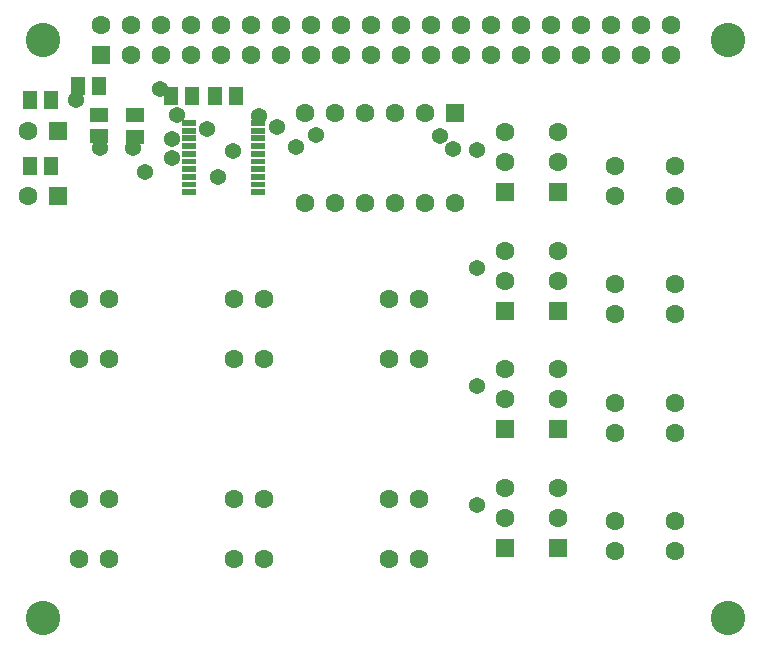
<source format=gts>
G04 Layer_Color=8388736*
%FSLAX25Y25*%
%MOIN*%
G70*
G01*
G75*
%ADD28R,0.05912X0.05124*%
%ADD29R,0.05124X0.05912*%
%ADD30C,0.11500*%
%ADD31R,0.06306X0.06306*%
%ADD32C,0.06306*%
%ADD33C,0.06306*%
%ADD34R,0.06306X0.06306*%
%ADD35R,0.06306X0.06306*%
%ADD36C,0.05400*%
G36*
X50896Y-44202D02*
X46208D01*
Y-42215D01*
X50896D01*
Y-44202D01*
D02*
G37*
G36*
X73870Y-46761D02*
X69183D01*
Y-44774D01*
X73870D01*
Y-46761D01*
D02*
G37*
G36*
Y-44202D02*
X69183D01*
Y-42215D01*
X73870D01*
Y-44202D01*
D02*
G37*
G36*
Y-41643D02*
X69183D01*
Y-39656D01*
X73870D01*
Y-41643D01*
D02*
G37*
G36*
X50896D02*
X46208D01*
Y-39656D01*
X50896D01*
Y-41643D01*
D02*
G37*
G36*
X73870Y-51880D02*
X69183D01*
Y-49892D01*
X73870D01*
Y-51880D01*
D02*
G37*
G36*
X50896D02*
X46208D01*
Y-49892D01*
X50896D01*
Y-51880D01*
D02*
G37*
G36*
Y-49321D02*
X46208D01*
Y-47333D01*
X50896D01*
Y-49321D01*
D02*
G37*
G36*
Y-46761D02*
X46208D01*
Y-44774D01*
X50896D01*
Y-46761D01*
D02*
G37*
G36*
X73870Y-49321D02*
X69183D01*
Y-47333D01*
X73870D01*
Y-49321D01*
D02*
G37*
G36*
X50896Y-31407D02*
X46208D01*
Y-29420D01*
X50896D01*
Y-31407D01*
D02*
G37*
G36*
X73870Y-33966D02*
X69183D01*
Y-31979D01*
X73870D01*
Y-33966D01*
D02*
G37*
G36*
Y-31407D02*
X69183D01*
Y-29420D01*
X73870D01*
Y-31407D01*
D02*
G37*
G36*
Y-28848D02*
X69183D01*
Y-26861D01*
X73870D01*
Y-28848D01*
D02*
G37*
G36*
X50896D02*
X46208D01*
Y-26861D01*
X50896D01*
Y-28848D01*
D02*
G37*
G36*
X73870Y-39084D02*
X69183D01*
Y-37097D01*
X73870D01*
Y-39084D01*
D02*
G37*
G36*
X50896D02*
X46208D01*
Y-37097D01*
X50896D01*
Y-39084D01*
D02*
G37*
G36*
Y-36525D02*
X46208D01*
Y-34538D01*
X50896D01*
Y-36525D01*
D02*
G37*
G36*
Y-33966D02*
X46208D01*
Y-31979D01*
X50896D01*
Y-33966D01*
D02*
G37*
G36*
X73870Y-36525D02*
X69183D01*
Y-34538D01*
X73870D01*
Y-36525D01*
D02*
G37*
D28*
X30700Y-25257D02*
D03*
Y-32343D02*
D03*
X18600Y-25157D02*
D03*
Y-32243D02*
D03*
D29*
X42520Y-18898D02*
D03*
X49606D02*
D03*
X64173Y-18898D02*
D03*
X57087D02*
D03*
X-4543Y-42000D02*
D03*
X2543D02*
D03*
X-4543Y-20000D02*
D03*
X2543D02*
D03*
X18638Y-15500D02*
D03*
X11551D02*
D03*
D30*
X228400Y0D02*
D03*
X0D02*
D03*
Y-192900D02*
D03*
X228400D02*
D03*
D31*
X19200Y-5000D02*
D03*
X4800Y-52200D02*
D03*
Y-30600D02*
D03*
D32*
X19200Y5000D02*
D03*
X29200Y-5000D02*
D03*
Y5000D02*
D03*
X39200Y-5000D02*
D03*
Y5000D02*
D03*
X49200Y-5000D02*
D03*
Y5000D02*
D03*
X59200Y-5000D02*
D03*
Y5000D02*
D03*
X69200Y-5000D02*
D03*
Y5000D02*
D03*
X79200Y-5000D02*
D03*
Y5000D02*
D03*
X89200Y-5000D02*
D03*
Y5000D02*
D03*
X99200Y-5000D02*
D03*
Y5000D02*
D03*
X109200Y-5000D02*
D03*
Y5000D02*
D03*
X119200Y-5000D02*
D03*
Y5000D02*
D03*
X129200Y-5000D02*
D03*
Y5000D02*
D03*
X139200Y-5000D02*
D03*
Y5000D02*
D03*
X149200Y-5000D02*
D03*
Y5000D02*
D03*
X159200Y-5000D02*
D03*
Y5000D02*
D03*
X169200Y-5000D02*
D03*
Y5000D02*
D03*
X179200Y-5000D02*
D03*
Y5000D02*
D03*
X189200Y-5000D02*
D03*
Y5000D02*
D03*
X199200Y-5000D02*
D03*
Y5000D02*
D03*
X209200Y-5000D02*
D03*
Y5000D02*
D03*
X-5200Y-52200D02*
D03*
X87205Y-54370D02*
D03*
X97205D02*
D03*
X107205D02*
D03*
X117205D02*
D03*
X127205D02*
D03*
X137205D02*
D03*
X87205Y-24370D02*
D03*
X153996Y-70386D02*
D03*
Y-80386D02*
D03*
X171713Y-70386D02*
D03*
Y-80386D02*
D03*
X210610Y-91567D02*
D03*
Y-81567D02*
D03*
X190610D02*
D03*
Y-91567D02*
D03*
X153996Y-149386D02*
D03*
Y-159386D02*
D03*
X171713Y-149386D02*
D03*
Y-159386D02*
D03*
X210610Y-170567D02*
D03*
Y-160567D02*
D03*
X190610D02*
D03*
Y-170567D02*
D03*
X153996Y-109886D02*
D03*
Y-119886D02*
D03*
X171713Y-109886D02*
D03*
Y-119886D02*
D03*
X210610Y-131067D02*
D03*
Y-121067D02*
D03*
X190610D02*
D03*
Y-131067D02*
D03*
X153996Y-30886D02*
D03*
Y-40886D02*
D03*
X171713Y-30886D02*
D03*
Y-40886D02*
D03*
X210610Y-52067D02*
D03*
Y-42067D02*
D03*
X190610D02*
D03*
Y-52067D02*
D03*
X11811Y-172996D02*
D03*
X21811D02*
D03*
Y-152996D02*
D03*
X11811D02*
D03*
X63484Y-172996D02*
D03*
X73484D02*
D03*
Y-152996D02*
D03*
X63484D02*
D03*
X115157Y-172996D02*
D03*
X125157D02*
D03*
Y-152996D02*
D03*
X115157D02*
D03*
X-5200Y-30600D02*
D03*
X11811Y-106614D02*
D03*
X21811D02*
D03*
Y-86614D02*
D03*
X11811D02*
D03*
X63484Y-106614D02*
D03*
X73484D02*
D03*
Y-86614D02*
D03*
X63484D02*
D03*
X115157Y-106614D02*
D03*
X125157D02*
D03*
Y-86614D02*
D03*
X115157D02*
D03*
D33*
X97205Y-24370D02*
D03*
X107205D02*
D03*
X117205D02*
D03*
X127205D02*
D03*
D34*
X137205D02*
D03*
D35*
X153996Y-90386D02*
D03*
X171713D02*
D03*
X153996Y-169386D02*
D03*
X171713D02*
D03*
X153996Y-129886D02*
D03*
X171713D02*
D03*
X153996Y-50886D02*
D03*
X171713D02*
D03*
D36*
X42913Y-39370D02*
D03*
X58268Y-45669D02*
D03*
X33858Y-44094D02*
D03*
X42913Y-33071D02*
D03*
X63386Y-37008D02*
D03*
X77953Y-29134D02*
D03*
X90945Y-31890D02*
D03*
X84252Y-35827D02*
D03*
X54724Y-29921D02*
D03*
X144608Y-115628D02*
D03*
Y-76258D02*
D03*
Y-154998D02*
D03*
Y-36888D02*
D03*
X132283Y-32283D02*
D03*
X136614Y-36614D02*
D03*
X19000Y-36000D02*
D03*
X30000D02*
D03*
X11000Y-20000D02*
D03*
X72000Y-25500D02*
D03*
X44500Y-25000D02*
D03*
X39000Y-16520D02*
D03*
M02*

</source>
